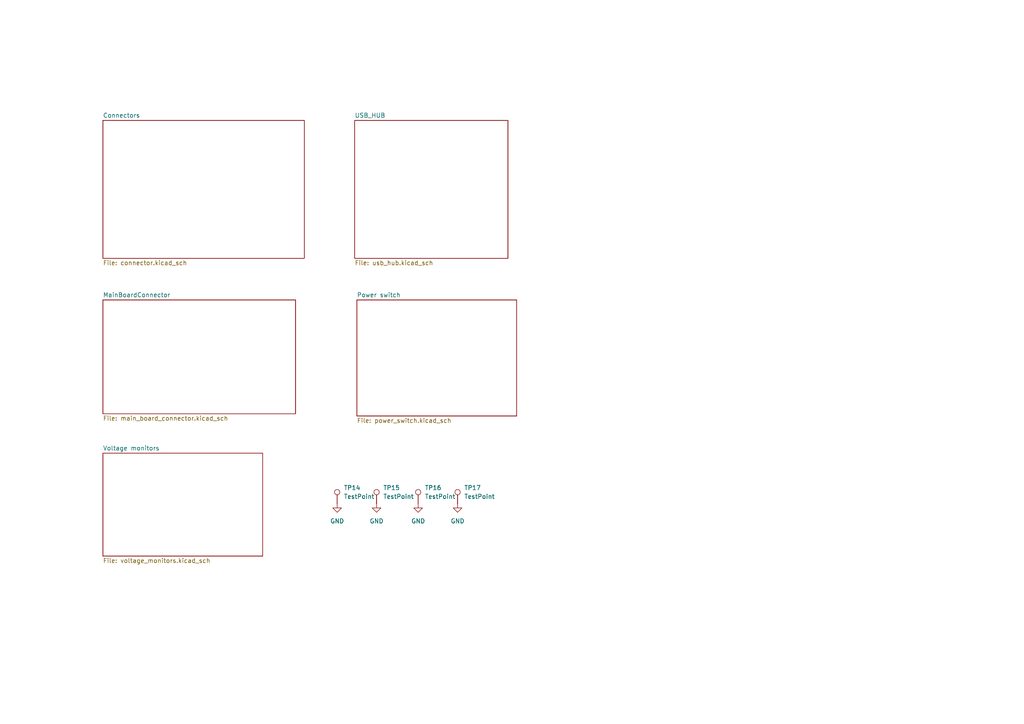
<source format=kicad_sch>
(kicad_sch (version 20250114) (generator "eeschema") (generator_version "9.0")
  (paper "A4")
  (lib_symbols
    (symbol "Connector:TestPoint" (pin_numbers (hide yes)) (pin_names (offset 0.762) (hide yes))
      (property "Reference" "TP" (at 0 6.858 0))
      (property "Value" "TestPoint" (at 0 5.08 0))
      (symbol "TestPoint_0_1"
        (circle (center 0 3.302) (radius 0.762))
      )
      (symbol "TestPoint_1_1"
        (pin passive line (at 0 0 90) (length 2.54) (name "1") (number "1"))
      )
    )
    (symbol "power:GND" (power) (pin_numbers (hide yes)) (pin_names (offset 0) (hide yes))
      (property "Value" "GND" (at 0 -3.81 0))
      (symbol "GND_0_1"
        (polyline (pts (xy 0 0) (xy 0 -1.27) (xy 1.27 -1.27) (xy 0 -2.54) (xy -1.27 -1.27) (xy 0 -1.27)))
      )
      (symbol "GND_1_1"
        (pin power_in line (at 0 0 270) (length 0) (name "~") (number "1"))
      )
    )
  )
  (symbol (lib_id "power:GND") (at 97.79 146.05 0) (unit 1)
    (property "Reference" "#PWR055" (effects (hide yes)))
    (property "Value" "GND" (at 97.79 151.13 0))
    (property "Description" "Power symbol creates a global label with name \"GND\" , ground" (effects (hide yes)))
  )
  (symbol (lib_id "Connector:TestPoint") (at 97.79 146.05 0) (unit 1)
    (property "Reference" "TP14" (at 99.695 141.4779 0) (effects (justify left)))
    (property "Value" "TestPoint" (at 99.695 144.0179 0) (effects (justify left)))
    (property "Footprint" "TestPoint:TestPoint_Pad_D3.0mm" (effects (hide yes)))
    (property "Description" "test point" (effects (hide yes)))
  )
  (symbol (lib_id "Connector:TestPoint") (at 132.715 146.05 0) (unit 1)
    (property "Reference" "TP17" (at 134.62 141.4779 0) (effects (justify left)))
    (property "Value" "TestPoint" (at 134.62 144.0179 0) (effects (justify left)))
    (property "Footprint" "TestPoint:TestPoint_Pad_D3.0mm" (effects (hide yes)))
    (property "Description" "test point" (effects (hide yes)))
  )
  (symbol (lib_id "power:GND") (at 109.22 146.05 0) (unit 1)
    (property "Reference" "#PWR056" (effects (hide yes)))
    (property "Value" "GND" (at 109.22 151.13 0))
    (property "Description" "Power symbol creates a global label with name \"GND\" , ground" (effects (hide yes)))
  )
  (symbol (lib_id "power:GND") (at 121.285 146.05 0) (unit 1)
    (property "Reference" "#PWR057" (effects (hide yes)))
    (property "Value" "GND" (at 121.285 151.13 0))
    (property "Description" "Power symbol creates a global label with name \"GND\" , ground" (effects (hide yes)))
  )
  (symbol (lib_id "Connector:TestPoint") (at 121.285 146.05 0) (unit 1)
    (property "Reference" "TP16" (at 123.19 141.4779 0) (effects (justify left)))
    (property "Value" "TestPoint" (at 123.19 144.0179 0) (effects (justify left)))
    (property "Footprint" "TestPoint:TestPoint_Pad_D3.0mm" (effects (hide yes)))
    (property "Description" "test point" (effects (hide yes)))
  )
  (symbol (lib_id "power:GND") (at 132.715 146.05 0) (unit 1)
    (property "Reference" "#PWR058" (effects (hide yes)))
    (property "Value" "GND" (at 132.715 151.13 0))
    (property "Description" "Power symbol creates a global label with name \"GND\" , ground" (effects (hide yes)))
  )
  (symbol (lib_id "Connector:TestPoint") (at 109.22 146.05 0) (unit 1)
    (property "Reference" "TP15" (at 111.125 141.4779 0) (effects (justify left)))
    (property "Value" "TestPoint" (at 111.125 144.0179 0) (effects (justify left)))
    (property "Footprint" "TestPoint:TestPoint_Pad_D3.0mm" (effects (hide yes)))
    (property "Description" "test point" (effects (hide yes)))
  )
  (sheet (at 29.845 86.995) (size 55.88 33.02) (stroke (width 0.1524))
    (property "Sheetname" "MainBoardConnector" (at 29.845 86.2834 0) (effects (justify left bottom)))
    (property "Sheetfile" "main_board_connector.kicad_sch" (at 29.845 120.5996 0) (effects (justify left top)))
  )
  (sheet (at 102.87 34.925) (size 44.45 40.005) (stroke (width 0.1524))
    (property "Sheetname" "USB_HUB" (at 102.87 34.2134 0) (effects (justify left bottom)))
    (property "Sheetfile" "usb_hub.kicad_sch" (at 102.87 75.5146 0) (effects (justify left top)))
  )
  (sheet (at 103.505 86.995) (size 46.355 33.655) (stroke (width 0.1524))
    (property "Sheetname" "Power switch" (at 103.505 86.2834 0) (effects (justify left bottom)))
    (property "Sheetfile" "power_switch.kicad_sch" (at 103.505 121.2346 0) (effects (justify left top)))
  )
  (sheet (at 29.845 131.445) (size 46.355 29.845) (stroke (width 0.1524))
    (property "Sheetname" "Voltage monitors" (at 29.845 130.7334 0) (effects (justify left bottom)))
    (property "Sheetfile" "voltage_monitors.kicad_sch" (at 29.845 161.8746 0) (effects (justify left top)))
  )
  (sheet (at 29.845 34.925) (size 58.42 40.005) (stroke (width 0.1524))
    (property "Sheetname" "Connectors" (at 29.845 34.2134 0) (effects (justify left bottom)))
    (property "Sheetfile" "connector.kicad_sch" (at 29.845 75.5146 0) (effects (justify left top)))
  )
)
</source>
